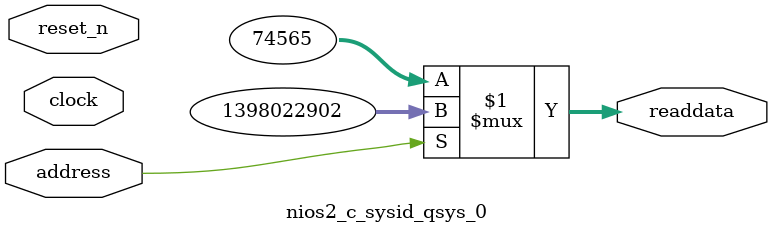
<source format=v>

`timescale 1ns / 1ps
// synthesis translate_on

// turn off superfluous verilog processor warnings 
// altera message_level Level1 
// altera message_off 10034 10035 10036 10037 10230 10240 10030 

module nios2_c_sysid_qsys_0 (
               // inputs:
                address,
                clock,
                reset_n,

               // outputs:
                readdata
             )
;

  output  [ 31: 0] readdata;
  input            address;
  input            clock;
  input            reset_n;

  wire    [ 31: 0] readdata;
  //control_slave, which is an e_avalon_slave
  assign readdata = address ? 1398022902 : 74565;

endmodule




</source>
